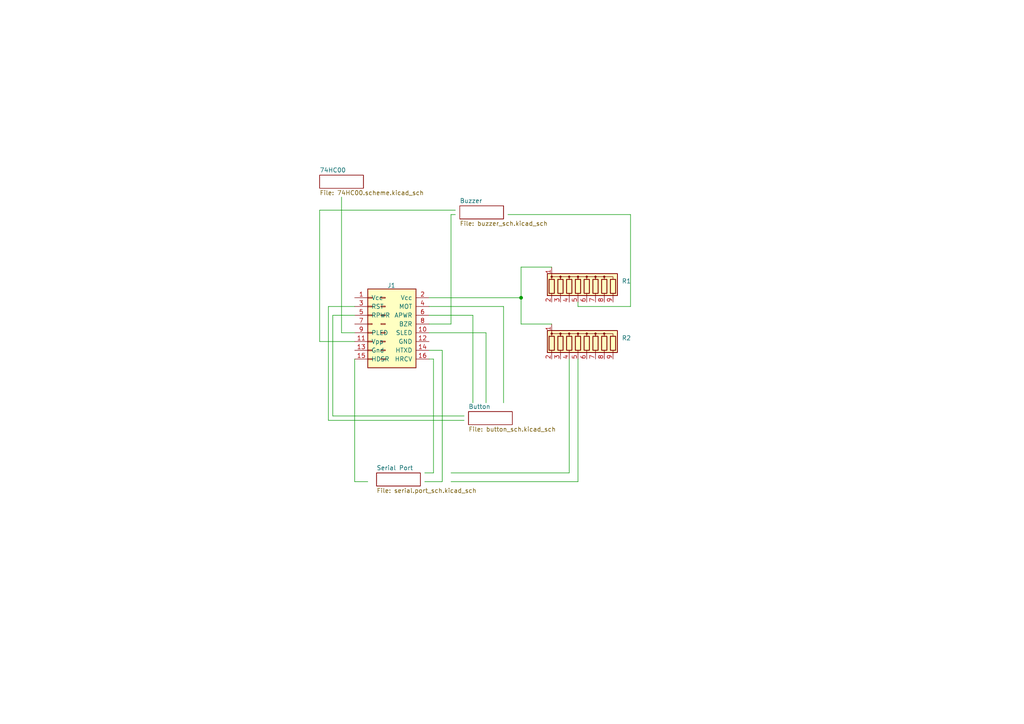
<source format=kicad_sch>
(kicad_sch (version 20250114) (generator "eeschema") (generator_version "9.0")
  (paper "A4")
  (title_block (title "User Control Panel"))
  (lib_symbols
    (symbol "Connector_Generic:Conn_02x08_Odd_Even" (pin_names (offset 1.016))
      (property "Reference" "J1" (at 1.27 11.176 0))
      (symbol "Conn_02x08_Odd_Even_1_1"
        (rectangle (start -1.27 10.16) (end 12.7 -12.7) (stroke (width 0.254)) (fill (type background)))
        (rectangle (start -1.27 7.747) (end 0 7.493) (stroke (width 0.1524)))
        (rectangle (start -1.27 5.207) (end 0 4.953) (stroke (width 0.1524)))
        (rectangle (start -1.27 2.667) (end 0 2.413) (stroke (width 0.1524)))
        (rectangle (start -1.27 0.127) (end 0 -0.127) (stroke (width 0.1524)))
        (rectangle (start -1.27 -2.413) (end 0 -2.667) (stroke (width 0.1524)))
        (rectangle (start -1.27 -4.953) (end 0 -5.207) (stroke (width 0.1524)))
        (rectangle (start -1.27 -7.493) (end 0 -7.747) (stroke (width 0.1524)))
        (rectangle (start -1.27 -10.033) (end 0 -10.287) (stroke (width 0.1524)))
        (rectangle (start 3.81 7.747) (end 2.54 7.493) (stroke (width 0.1524)))
        (rectangle (start 3.81 5.207) (end 2.54 4.953) (stroke (width 0.1524)))
        (rectangle (start 3.81 2.667) (end 2.54 2.413) (stroke (width 0.1524)))
        (rectangle (start 3.81 0.127) (end 2.54 -0.127) (stroke (width 0.1524)))
        (rectangle (start 3.81 -2.413) (end 2.54 -2.667) (stroke (width 0.1524)))
        (rectangle (start 3.81 -4.953) (end 2.54 -5.207) (stroke (width 0.1524)))
        (rectangle (start 3.81 -7.493) (end 2.54 -7.747) (stroke (width 0.1524)))
        (rectangle (start 3.81 -10.033) (end 2.54 -10.287) (stroke (width 0.1524)))
        (pin passive line (at -5.08 7.62 0) (length 3.81) (name "Vcc") (number "1"))
        (pin passive line (at -5.08 5.08 0) (length 3.81) (name "RST") (number "3"))
        (pin passive line (at -5.08 2.54 0) (length 3.81) (name "RPWR") (number "5"))
        (pin passive line (at -5.08 0 0) (length 3.81) (name "") (number "7"))
        (pin passive line (at -5.08 -2.54 0) (length 3.81) (name "PLED") (number "9"))
        (pin passive line (at -5.08 -5.08 0) (length 3.81) (name "Vpp") (number "11"))
        (pin passive line (at -5.08 -7.62 0) (length 3.81) (name "Gnd") (number "13"))
        (pin passive line (at -5.08 -10.16 0) (length 3.81) (name "HDSR") (number "15"))
        (pin passive line (at 16.51 7.62 180) (length 3.81) (name "Vcc") (number "2"))
        (pin passive line (at 16.51 5.08 180) (length 3.81) (name "MOT") (number "4"))
        (pin passive line (at 16.51 2.54 180) (length 3.81) (name "APWR") (number "6"))
        (pin passive line (at 16.51 0 180) (length 3.81) (name "BZR") (number "8"))
        (pin passive line (at 16.51 -2.54 180) (length 3.81) (name "SLED") (number "10"))
        (pin passive line (at 16.51 -5.08 180) (length 3.81) (name "GND") (number "12"))
        (pin passive line (at 16.51 -7.62 180) (length 3.81) (name "HTXD") (number "14"))
        (pin passive line (at 16.51 -10.16 180) (length 3.81) (name "HRCV") (number "16"))
      )
    )
    (symbol "Device:R_Network08" (pin_names (offset 0) (hide yes))
      (property "Reference" "RN" (at -12.7 0 90))
      (property "Value" "R_Network08" (at 10.16 0 90))
      (symbol "R_Network08_0_1"
        (rectangle (start -11.43 -3.175) (end 8.89 3.175) (stroke (width 0.254)) (fill (type background)))
        (rectangle (start -10.922 1.524) (end -9.398 -2.54) (stroke (width 0.254)))
        (circle (center -10.16 2.286) (radius 0.254) (fill (type outline)))
        (polyline (pts (xy -10.16 1.524) (xy -10.16 2.286) (xy -7.62 2.286) (xy -7.62 1.524)))
        (polyline (pts (xy -10.16 -2.54) (xy -10.16 -3.81)))
        (rectangle (start -8.382 1.524) (end -6.858 -2.54) (stroke (width 0.254)))
        (circle (center -7.62 2.286) (radius 0.254) (fill (type outline)))
        (polyline (pts (xy -7.62 1.524) (xy -7.62 2.286) (xy -5.08 2.286) (xy -5.08 1.524)))
        (polyline (pts (xy -7.62 -2.54) (xy -7.62 -3.81)))
        (rectangle (start -5.842 1.524) (end -4.318 -2.54) (stroke (width 0.254)))
        (circle (center -5.08 2.286) (radius 0.254) (fill (type outline)))
        (polyline (pts (xy -5.08 1.524) (xy -5.08 2.286) (xy -2.54 2.286) (xy -2.54 1.524)))
        (polyline (pts (xy -5.08 -2.54) (xy -5.08 -3.81)))
        (rectangle (start -3.302 1.524) (end -1.778 -2.54) (stroke (width 0.254)))
        (circle (center -2.54 2.286) (radius 0.254) (fill (type outline)))
        (polyline (pts (xy -2.54 1.524) (xy -2.54 2.286) (xy 0 2.286) (xy 0 1.524)))
        (polyline (pts (xy -2.54 -2.54) (xy -2.54 -3.81)))
        (rectangle (start -0.762 1.524) (end 0.762 -2.54) (stroke (width 0.254)))
        (circle (center 0 2.286) (radius 0.254) (fill (type outline)))
        (polyline (pts (xy 0 1.524) (xy 0 2.286) (xy 2.54 2.286) (xy 2.54 1.524)))
        (polyline (pts (xy 0 -2.54) (xy 0 -3.81)))
        (rectangle (start 1.778 1.524) (end 3.302 -2.54) (stroke (width 0.254)))
        (circle (center 2.54 2.286) (radius 0.254) (fill (type outline)))
        (polyline (pts (xy 2.54 1.524) (xy 2.54 2.286) (xy 5.08 2.286) (xy 5.08 1.524)))
        (polyline (pts (xy 2.54 -2.54) (xy 2.54 -3.81)))
        (rectangle (start 4.318 1.524) (end 5.842 -2.54) (stroke (width 0.254)))
        (circle (center 5.08 2.286) (radius 0.254) (fill (type outline)))
        (polyline (pts (xy 5.08 1.524) (xy 5.08 2.286) (xy 7.62 2.286) (xy 7.62 1.524)))
        (polyline (pts (xy 5.08 -2.54) (xy 5.08 -3.81)))
        (rectangle (start 6.858 1.524) (end 8.382 -2.54) (stroke (width 0.254)))
        (polyline (pts (xy 7.62 -2.54) (xy 7.62 -3.81)))
      )
      (symbol "R_Network08_1_1"
        (pin passive line (at -10.16 5.08 270) (length 2.54) (name "common") (number "1"))
        (pin passive line (at -10.16 -5.08 90) (length 1.27) (name "R1") (number "2"))
        (pin passive line (at -7.62 -5.08 90) (length 1.27) (name "R2") (number "3"))
        (pin passive line (at -5.08 -5.08 90) (length 1.27) (name "R3") (number "4"))
        (pin passive line (at -2.54 -5.08 90) (length 1.27) (name "R4") (number "5"))
        (pin passive line (at 0 -5.08 90) (length 1.27) (name "R5") (number "6"))
        (pin passive line (at 2.54 -5.08 90) (length 1.27) (name "R6") (number "7"))
        (pin passive line (at 5.08 -5.08 90) (length 1.27) (name "R7") (number "8"))
        (pin passive line (at 7.62 -5.08 90) (length 1.27) (name "R8") (number "9"))
      )
    )
  )
  (junction (at 151.13 86.36))
  (wire (pts (xy 130.81 137.16) (xy 165.1 137.16)))
  (wire (pts (xy 130.81 93.98) (xy 130.81 62.23)))
  (wire (pts (xy 146.05 88.9) (xy 146.05 116.84)))
  (wire (pts (xy 92.71 99.06) (xy 92.71 60.96)))
  (wire (pts (xy 102.87 91.44) (xy 96.52 91.44)))
  (wire (pts (xy 99.06 57.15) (xy 99.06 96.52)))
  (wire (pts (xy 137.16 91.44) (xy 137.16 116.84)))
  (wire (pts (xy 160.02 77.47) (xy 151.13 77.47)))
  (wire (pts (xy 167.64 87.63) (xy 167.64 88.9)))
  (wire (pts (xy 182.88 88.9) (xy 182.88 62.23)))
  (wire (pts (xy 96.52 91.44) (xy 96.52 120.65)))
  (wire (pts (xy 124.46 104.14) (xy 125.73 104.14)))
  (wire (pts (xy 124.46 88.9) (xy 146.05 88.9)))
  (wire (pts (xy 124.46 91.44) (xy 137.16 91.44)))
  (wire (pts (xy 151.13 93.98) (xy 160.02 93.98)))
  (wire (pts (xy 167.64 104.14) (xy 167.64 139.7)))
  (wire (pts (xy 151.13 77.47) (xy 151.13 86.36)))
  (wire (pts (xy 128.27 101.6) (xy 128.27 139.7)))
  (wire (pts (xy 124.46 93.98) (xy 130.81 93.98)))
  (wire (pts (xy 102.87 96.52) (xy 99.06 96.52)))
  (wire (pts (xy 96.52 120.65) (xy 134.62 120.65)))
  (wire (pts (xy 165.1 104.14) (xy 165.1 137.16)))
  (wire (pts (xy 124.46 101.6) (xy 128.27 101.6)))
  (wire (pts (xy 147.32 62.23) (xy 182.88 62.23)))
  (wire (pts (xy 102.87 99.06) (xy 92.71 99.06)))
  (wire (pts (xy 124.46 86.36) (xy 151.13 86.36)))
  (wire (pts (xy 95.25 88.9) (xy 102.87 88.9)))
  (wire (pts (xy 151.13 86.36) (xy 151.13 93.98)))
  (wire (pts (xy 124.46 96.52) (xy 140.97 96.52)))
  (wire (pts (xy 102.87 139.7) (xy 106.68 139.7)))
  (wire (pts (xy 123.19 139.7) (xy 128.27 139.7)))
  (wire (pts (xy 125.73 104.14) (xy 125.73 137.16)))
  (wire (pts (xy 140.97 96.52) (xy 140.97 116.84)))
  (wire (pts (xy 95.25 88.9) (xy 95.25 121.92)))
  (wire (pts (xy 92.71 60.96) (xy 132.08 60.96)))
  (wire (pts (xy 123.19 137.16) (xy 125.73 137.16)))
  (wire (pts (xy 167.64 88.9) (xy 182.88 88.9)))
  (wire (pts (xy 102.87 104.14) (xy 102.87 139.7)))
  (wire (pts (xy 95.25 121.92) (xy 134.62 121.92)))
  (wire (pts (xy 130.81 139.7) (xy 167.64 139.7)))
  (wire (pts (xy 130.81 62.23) (xy 132.08 62.23)))
  (symbol (lib_id "Device:R_Network08") (at 170.18 82.55 0) (unit 1)
    (property "Reference" "R1" (at 180.34 81.5339 0) (effects (justify left)))
    (property "Value" "R_Network08" (effects (hide yes)))
    (property "Footprint" "Resistor_THT:R_Array_SIP9" (effects (hide yes)))
    (property "Datasheet" "http://www.vishay.com/docs/31509/csc.pdf" (effects (hide yes)))
    (property "Description" "8 resistor network, star topology, bussed resistors, small symbol" (effects (hide yes)))
  )
  (symbol (lib_id "Connector_Generic:Conn_02x08_Odd_Even") (at 107.95 93.98 0) (unit 1)
    (property "Reference" "J1" (at 113.538 82.804 0))
    (property "Value" "Conn_02x08_Odd_Even" (effects (hide yes)))
    (property "Description" "Generic connector, double row, 02x08, odd/even pin numbering scheme (row 1 odd numbers, row 2 even numbers), script generated (kicad-library-utils/schlib/autogen/connector/)" (effects (hide yes)))
  )
  (symbol (lib_id "Device:R_Network08") (at 170.18 99.06 0) (unit 1)
    (property "Reference" "R2" (at 180.34 98.0439 0) (effects (justify left)))
    (property "Value" "R_Network08" (effects (hide yes)))
    (property "Footprint" "Resistor_THT:R_Array_SIP9" (effects (hide yes)))
    (property "Datasheet" "http://www.vishay.com/docs/31509/csc.pdf" (effects (hide yes)))
    (property "Description" "8 resistor network, star topology, bussed resistors, small symbol" (effects (hide yes)))
  )
  (sheet (at 135.89 119.38) (size 12.7 3.81) (stroke (width 0.1524))
    (property "Sheetname" "Button" (at 135.89 118.6684 0) (effects (justify left bottom)))
    (property "Sheetfile" "button_sch.kicad_sch" (at 135.89 123.7746 0) (effects (justify left top)))
  )
  (sheet (at 133.35 59.69) (size 12.7 3.81) (stroke (width 0.1524))
    (property "Sheetname" "Buzzer" (at 133.35 58.9784 0) (effects (justify left bottom)))
    (property "Sheetfile" "buzzer_sch.kicad_sch" (at 133.35 64.0846 0) (effects (justify left top)))
  )
  (sheet (at 109.22 137.16) (size 12.7 3.81) (stroke (width 0.1524))
    (property "Sheetname" "Serial Port" (at 109.22 136.4484 0) (effects (justify left bottom)))
    (property "Sheetfile" "serial.port_sch.kicad_sch" (at 109.22 141.5546 0) (effects (justify left top)))
  )
  (sheet (at 92.71 50.8) (size 12.7 3.81) (stroke (width 0.1524))
    (property "Sheetname" "74HC00" (at 92.71 50.0884 0) (effects (justify left bottom)))
    (property "Sheetfile" "74HC00.scheme.kicad_sch" (at 92.71 55.1946 0) (effects (justify left top)))
  )
)
</source>
